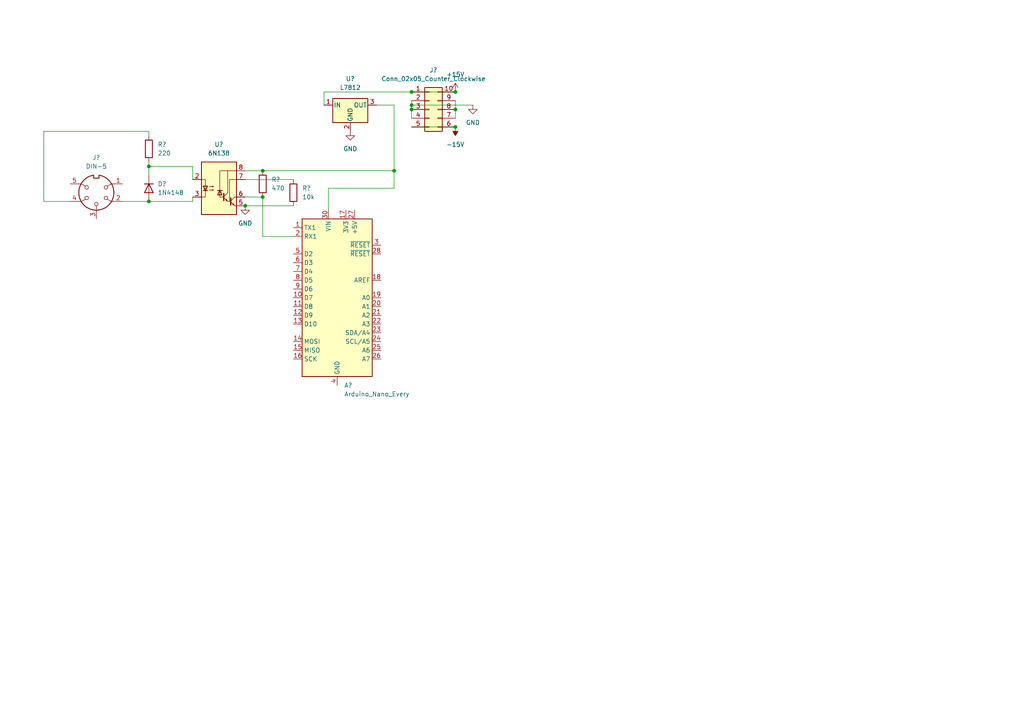
<source format=kicad_sch>
(kicad_sch (version 20211123) (generator eeschema)
  (paper "A4")
  (lib_symbols
    (symbol "Connector:DIN-5" (pin_names (offset 1.016))
      (property "Reference" "J" (at 3.175 5.715 0))
      (property "Value" "DIN-5" (at 0 -6.35 0))
      (symbol "DIN-5_0_1"
        (arc (start -5.08 0) (mid -3.8609 -3.3364) (end -0.762 -5.08) (stroke (width 0.254)))
        (circle (center -2.794 -1.524) (radius 0.508))
        (circle (center -2.794 1.524) (radius 0.508))
        (polyline (pts (xy 0 5.08) (xy 0 3.81)))
        (polyline (pts (xy -5.08 -2.54) (xy -4.318 -2.54) (xy -3.175 -1.905)))
        (polyline (pts (xy -5.08 2.54) (xy -4.318 2.54) (xy -3.175 1.905)))
        (polyline (pts (xy 5.08 -2.54) (xy 4.318 -2.54) (xy 3.175 -1.905)))
        (polyline (pts (xy 5.08 2.54) (xy 4.318 2.54) (xy 3.175 1.905)))
        (polyline (pts (xy -0.762 -4.953) (xy -0.762 -4.191) (xy 0.762 -4.191) (xy 0.762 -4.953)) (stroke (width 0.254)))
        (circle (center 0 3.302) (radius 0.508))
        (arc (start 0.762 -5.08) (mid 3.8685 -3.343) (end 5.08 0) (stroke (width 0.254)))
        (circle (center 2.794 -1.524) (radius 0.508))
        (circle (center 2.794 1.524) (radius 0.508))
        (arc (start 5.08 0) (mid 0 5.08) (end -5.08 0) (stroke (width 0.254)))
      )
      (symbol "DIN-5_1_1"
        (pin passive line (at -7.62 -2.54 0) (length 2.54) (name "~") (number "1"))
        (pin passive line (at -7.62 2.54 0) (length 2.54) (name "~") (number "2"))
        (pin passive line (at 0 7.62 270) (length 2.54) (name "~") (number "3"))
        (pin passive line (at 7.62 2.54 180) (length 2.54) (name "~") (number "4"))
        (pin passive line (at 7.62 -2.54 180) (length 2.54) (name "~") (number "5"))
      )
    )
    (symbol "Connector_Generic:Conn_02x05_Counter_Clockwise" (pin_names (offset 1.016) hide)
      (property "Reference" "J" (at 1.27 7.62 0))
      (property "Value" "Conn_02x05_Counter_Clockwise" (at 1.27 -7.62 0))
      (symbol "Conn_02x05_Counter_Clockwise_1_1"
        (rectangle (start -1.27 -4.953) (end 0 -5.207) (stroke (width 0.1524)))
        (rectangle (start -1.27 -2.413) (end 0 -2.667) (stroke (width 0.1524)))
        (rectangle (start -1.27 0.127) (end 0 -0.127) (stroke (width 0.1524)))
        (rectangle (start -1.27 2.667) (end 0 2.413) (stroke (width 0.1524)))
        (rectangle (start -1.27 5.207) (end 0 4.953) (stroke (width 0.1524)))
        (rectangle (start -1.27 6.35) (end 3.81 -6.35) (stroke (width 0.254)) (fill (type background)))
        (rectangle (start 3.81 -4.953) (end 2.54 -5.207) (stroke (width 0.1524)))
        (rectangle (start 3.81 -2.413) (end 2.54 -2.667) (stroke (width 0.1524)))
        (rectangle (start 3.81 0.127) (end 2.54 -0.127) (stroke (width 0.1524)))
        (rectangle (start 3.81 2.667) (end 2.54 2.413) (stroke (width 0.1524)))
        (rectangle (start 3.81 5.207) (end 2.54 4.953) (stroke (width 0.1524)))
        (pin passive line (at -5.08 5.08 0) (length 3.81) (name "Pin_1") (number "1"))
        (pin passive line (at 7.62 5.08 180) (length 3.81) (name "Pin_10") (number "10"))
        (pin passive line (at -5.08 2.54 0) (length 3.81) (name "Pin_2") (number "2"))
        (pin passive line (at -5.08 0 0) (length 3.81) (name "Pin_3") (number "3"))
        (pin passive line (at -5.08 -2.54 0) (length 3.81) (name "Pin_4") (number "4"))
        (pin passive line (at -5.08 -5.08 0) (length 3.81) (name "Pin_5") (number "5"))
        (pin passive line (at 7.62 -5.08 180) (length 3.81) (name "Pin_6") (number "6"))
        (pin passive line (at 7.62 -2.54 180) (length 3.81) (name "Pin_7") (number "7"))
        (pin passive line (at 7.62 0 180) (length 3.81) (name "Pin_8") (number "8"))
        (pin passive line (at 7.62 2.54 180) (length 3.81) (name "Pin_9") (number "9"))
      )
    )
    (symbol "Device:R" (pin_numbers hide) (pin_names (offset 0))
      (property "Reference" "R" (at 2.032 0 90))
      (property "Value" "R" (at 0 0 90))
      (symbol "R_0_1"
        (rectangle (start -1.016 -2.54) (end 1.016 2.54) (stroke (width 0.254)))
      )
      (symbol "R_1_1"
        (pin passive line (at 0 3.81 270) (length 1.27) (name "~") (number "1"))
        (pin passive line (at 0 -3.81 90) (length 1.27) (name "~") (number "2"))
      )
    )
    (symbol "Diode:1N4148" (pin_numbers hide) (pin_names (offset 1.016) hide)
      (property "Reference" "D" (at 0 2.54 0))
      (property "Value" "1N4148" (at 0 -2.54 0))
      (symbol "1N4148_0_1"
        (polyline (pts (xy -1.27 1.27) (xy -1.27 -1.27)) (stroke (width 0.254)))
        (polyline (pts (xy 1.27 0) (xy -1.27 0)))
        (polyline (pts (xy 1.27 1.27) (xy 1.27 -1.27) (xy -1.27 0) (xy 1.27 1.27)) (stroke (width 0.254)))
      )
      (symbol "1N4148_1_1"
        (pin passive line (at -3.81 0 0) (length 2.54) (name "K") (number "1"))
        (pin passive line (at 3.81 0 180) (length 2.54) (name "A") (number "2"))
      )
    )
    (symbol "Isolator:6N138" (pin_names (offset 1.016) hide)
      (property "Reference" "U" (at -4.064 8.89 0))
      (property "Value" "6N138" (at 2.286 8.89 0))
      (symbol "6N138_0_1"
        (rectangle (start -5.08 7.62) (end 5.08 -7.62) (stroke (width 0.254)) (fill (type background)))
        (polyline (pts (xy -4.572 -0.635) (xy -3.302 -0.635)) (stroke (width 0.254)))
        (polyline (pts (xy 0.889 -0.635) (xy -0.381 -0.635)) (stroke (width 0.254)))
        (polyline (pts (xy 1.397 -2.667) (xy 2.54 -3.81)))
        (polyline (pts (xy 1.397 -2.413) (xy 2.54 -1.27)))
        (polyline (pts (xy 2.54 -3.81) (xy 3.175 -3.81)))
        (polyline (pts (xy 3.429 -3.937) (xy 4.572 -5.08)))
        (polyline (pts (xy 3.429 -3.683) (xy 4.572 -2.54)))
        (polyline (pts (xy 4.572 -5.08) (xy 5.08 -5.08)))
        (polyline (pts (xy 4.572 -2.54) (xy 5.08 -2.54)))
        (polyline (pts (xy 1.397 -1.524) (xy 1.397 -3.556) (xy 1.397 -3.556)) (stroke (width 0.3556)))
        (polyline (pts (xy 2.54 -1.27) (xy 2.54 5.08) (xy 5.08 5.08)))
        (polyline (pts (xy 3.429 -2.794) (xy 3.429 -4.826) (xy 3.429 -4.826)) (stroke (width 0.3556)))
        (polyline (pts (xy 5.08 2.54) (xy 3.048 2.54) (xy 3.048 -3.81)))
        (polyline (pts (xy -5.08 -2.54) (xy -3.937 -2.54) (xy -3.937 2.54) (xy -5.08 2.54)))
        (polyline (pts (xy -3.937 -0.635) (xy -4.572 0.635) (xy -3.302 0.635) (xy -3.937 -0.635)) (stroke (width 0.254)))
        (polyline (pts (xy 0.254 -0.635) (xy 0.889 -1.905) (xy -0.381 -1.905) (xy 0.254 -0.635)) (stroke (width 0.254)))
        (polyline (pts (xy 1.27 -2.54) (xy 0.254 -2.54) (xy 0.254 5.08) (xy 2.54 5.08)))
        (polyline (pts (xy 2.413 -3.683) (xy 2.159 -3.175) (xy 1.905 -3.429) (xy 2.413 -3.683)))
        (polyline (pts (xy 4.445 -4.953) (xy 4.191 -4.445) (xy 3.937 -4.699) (xy 4.445 -4.953)))
        (polyline (pts (xy -2.794 -0.508) (xy -1.524 -0.508) (xy -1.905 -0.635) (xy -1.905 -0.381) (xy -1.524 -0.508)))
        (polyline (pts (xy -2.794 0.508) (xy -1.524 0.508) (xy -1.905 0.381) (xy -1.905 0.635) (xy -1.524 0.508)))
      )
      (symbol "6N138_1_1"
        (pin no_connect line (at -5.08 5.08 0) (length 2.54) hide (name "NC") (number "1"))
        (pin passive line (at -7.62 2.54 0) (length 2.54) (name "C1") (number "2"))
        (pin passive line (at -7.62 -2.54 0) (length 2.54) (name "C2") (number "3"))
        (pin no_connect line (at -5.08 -5.08 0) (length 2.54) hide (name "NC") (number "4"))
        (pin passive line (at 7.62 -5.08 180) (length 2.54) (name "GND") (number "5"))
        (pin passive line (at 7.62 -2.54 180) (length 2.54) (name "VO2") (number "6"))
        (pin passive line (at 7.62 2.54 180) (length 2.54) (name "VO1") (number "7"))
        (pin passive line (at 7.62 5.08 180) (length 2.54) (name "VCC") (number "8"))
      )
    )
    (symbol "MCU_Module:Arduino_Nano_Every"
      (property "Reference" "A" (at -10.16 23.495 0))
      (property "Value" "Arduino_Nano_Every" (at 5.08 -24.13 0))
      (symbol "Arduino_Nano_Every_0_1"
        (rectangle (start -10.16 22.86) (end 10.16 -22.86) (stroke (width 0.254)) (fill (type background)))
      )
      (symbol "Arduino_Nano_Every_1_1"
        (pin bidirectional line (at -12.7 20.32 0) (length 2.54) (name "TX1") (number "1"))
        (pin bidirectional line (at -12.7 0 0) (length 2.54) (name "D7") (number "10"))
        (pin bidirectional line (at -12.7 -2.54 0) (length 2.54) (name "D8") (number "11"))
        (pin bidirectional line (at -12.7 -5.08 0) (length 2.54) (name "D9") (number "12"))
        (pin bidirectional line (at -12.7 -7.62 0) (length 2.54) (name "D10") (number "13"))
        (pin bidirectional line (at -12.7 -12.7 0) (length 2.54) (name "MOSI") (number "14"))
        (pin bidirectional line (at -12.7 -15.24 0) (length 2.54) (name "MISO") (number "15"))
        (pin bidirectional line (at -12.7 -17.78 0) (length 2.54) (name "SCK") (number "16"))
        (pin power_out line (at 2.54 25.4 270) (length 2.54) (name "3V3") (number "17"))
        (pin input line (at 12.7 5.08 180) (length 2.54) (name "AREF") (number "18"))
        (pin bidirectional line (at 12.7 0 180) (length 2.54) (name "A0") (number "19"))
        (pin bidirectional line (at -12.7 17.78 0) (length 2.54) (name "RX1") (number "2"))
        (pin bidirectional line (at 12.7 -2.54 180) (length 2.54) (name "A1") (number "20"))
        (pin bidirectional line (at 12.7 -5.08 180) (length 2.54) (name "A2") (number "21"))
        (pin bidirectional line (at 12.7 -7.62 180) (length 2.54) (name "A3") (number "22"))
        (pin bidirectional line (at 12.7 -10.16 180) (length 2.54) (name "SDA/A4") (number "23"))
        (pin bidirectional line (at 12.7 -12.7 180) (length 2.54) (name "SCL/A5") (number "24"))
        (pin bidirectional line (at 12.7 -15.24 180) (length 2.54) (name "A6") (number "25"))
        (pin bidirectional line (at 12.7 -17.78 180) (length 2.54) (name "A7") (number "26"))
        (pin power_out line (at 5.08 25.4 270) (length 2.54) (name "+5V") (number "27"))
        (pin input line (at 12.7 12.7 180) (length 2.54) (name "~{RESET}") (number "28"))
        (pin passive line (at 0 -25.4 90) (length 2.54) hide (name "GND") (number "29"))
        (pin input line (at 12.7 15.24 180) (length 2.54) (name "~{RESET}") (number "3"))
        (pin power_in line (at -2.54 25.4 270) (length 2.54) (name "VIN") (number "30"))
        (pin power_in line (at 0 -25.4 90) (length 2.54) (name "GND") (number "4"))
        (pin bidirectional line (at -12.7 12.7 0) (length 2.54) (name "D2") (number "5"))
        (pin bidirectional line (at -12.7 10.16 0) (length 2.54) (name "D3") (number "6"))
        (pin bidirectional line (at -12.7 7.62 0) (length 2.54) (name "D4") (number "7"))
        (pin bidirectional line (at -12.7 5.08 0) (length 2.54) (name "D5") (number "8"))
        (pin bidirectional line (at -12.7 2.54 0) (length 2.54) (name "D6") (number "9"))
      )
    )
    (symbol "Regulator_Linear:L7812" (pin_names (offset 0.254))
      (property "Reference" "U" (at -3.81 3.175 0))
      (property "Value" "L7812" (at 0 3.175 0))
      (symbol "L7812_0_1"
        (rectangle (start -5.08 1.905) (end 5.08 -5.08) (stroke (width 0.254)) (fill (type background)))
      )
      (symbol "L7812_1_1"
        (pin power_in line (at -7.62 0 0) (length 2.54) (name "IN") (number "1"))
        (pin power_in line (at 0 -7.62 90) (length 2.54) (name "GND") (number "2"))
        (pin power_out line (at 7.62 0 180) (length 2.54) (name "OUT") (number "3"))
      )
    )
    (symbol "power:+15V" (power) (pin_names (offset 0))
      (property "Value" "+15V" (at 0 3.556 0))
      (symbol "+15V_0_1"
        (polyline (pts (xy -0.762 1.27) (xy 0 2.54)))
        (polyline (pts (xy 0 0) (xy 0 2.54)))
        (polyline (pts (xy 0 2.54) (xy 0.762 1.27)))
      )
      (symbol "+15V_1_1"
        (pin power_in line (at 0 0 90) (length 0) hide (name "+15V") (number "1"))
      )
    )
    (symbol "power:-15V" (power) (pin_names (offset 0))
      (property "Value" "-15V" (at 0 3.81 0))
      (symbol "-15V_0_0"
        (pin power_in line (at 0 0 90) (length 0) hide (name "-15V") (number "1"))
      )
      (symbol "-15V_0_1"
        (polyline (pts (xy 0 0) (xy 0 1.27) (xy 0.762 1.27) (xy 0 2.54) (xy -0.762 1.27) (xy 0 1.27)) (fill (type outline)))
      )
    )
    (symbol "power:GND" (power) (pin_names (offset 0))
      (property "Value" "GND" (at 0 -3.81 0))
      (symbol "GND_0_1"
        (polyline (pts (xy 0 0) (xy 0 -1.27) (xy 1.27 -1.27) (xy 0 -2.54) (xy -1.27 -1.27) (xy 0 -1.27)))
      )
      (symbol "GND_1_1"
        (pin power_in line (at 0 0 270) (length 0) hide (name "GND") (number "1"))
      )
    )
  )
  (junction (at 132.08 26.67))
  (junction (at 119.38 30.48))
  (junction (at 132.08 36.83))
  (junction (at 76.2 57.15))
  (junction (at 119.38 26.67))
  (junction (at 43.18 48.26))
  (junction (at 119.38 31.75))
  (junction (at 76.2 49.53))
  (junction (at 43.18 58.42))
  (junction (at 114.3 49.53))
  (junction (at 132.08 31.75))
  (junction (at 71.12 59.69))
  (wire (pts (xy 43.18 48.26) (xy 43.18 50.8)))
  (wire (pts (xy 119.38 26.67) (xy 132.08 26.67)))
  (wire (pts (xy 43.18 46.99) (xy 43.18 48.26)))
  (wire (pts (xy 43.18 58.42) (xy 55.88 58.42)))
  (wire (pts (xy 35.56 58.42) (xy 43.18 58.42)))
  (wire (pts (xy 55.88 58.42) (xy 55.88 57.15)))
  (wire (pts (xy 43.18 38.1) (xy 43.18 39.37)))
  (wire (pts (xy 12.7 38.1) (xy 43.18 38.1)))
  (wire (pts (xy 71.12 57.15) (xy 76.2 57.15)))
  (wire (pts (xy 119.38 36.83) (xy 132.08 36.83)))
  (wire (pts (xy 114.3 54.61) (xy 95.25 54.61)))
  (wire (pts (xy 132.08 31.75) (xy 132.08 34.29)))
  (wire (pts (xy 76.2 68.58) (xy 85.09 68.58)))
  (wire (pts (xy 20.32 58.42) (xy 12.7 58.42)))
  (wire (pts (xy 95.25 54.61) (xy 95.25 60.96)))
  (wire (pts (xy 76.2 57.15) (xy 76.2 68.58)))
  (wire (pts (xy 76.2 49.53) (xy 114.3 49.53)))
  (wire (pts (xy 132.08 29.21) (xy 132.08 31.75)))
  (wire (pts (xy 119.38 29.21) (xy 119.38 30.48)))
  (wire (pts (xy 109.22 30.48) (xy 114.3 30.48)))
  (wire (pts (xy 55.88 52.07) (xy 55.88 48.26)))
  (wire (pts (xy 119.38 26.67) (xy 93.98 26.67)))
  (wire (pts (xy 119.38 30.48) (xy 137.16 30.48)))
  (wire (pts (xy 114.3 49.53) (xy 114.3 54.61)))
  (wire (pts (xy 119.38 31.75) (xy 119.38 34.29)))
  (wire (pts (xy 12.7 58.42) (xy 12.7 38.1)))
  (wire (pts (xy 93.98 26.67) (xy 93.98 30.48)))
  (wire (pts (xy 114.3 30.48) (xy 114.3 49.53)))
  (wire (pts (xy 43.18 48.26) (xy 55.88 48.26)))
  (wire (pts (xy 71.12 59.69) (xy 85.09 59.69)))
  (wire (pts (xy 71.12 49.53) (xy 76.2 49.53)))
  (wire (pts (xy 71.12 52.07) (xy 85.09 52.07)))
  (wire (pts (xy 119.38 30.48) (xy 119.38 31.75)))
  (symbol (lib_id "power:GND") (at 137.16 30.48 0) (unit 1)
    (property "Reference" "#PWR?" (effects hide))
    (property "Value" "GND" (at 137.16 35.56 0))
  )
  (symbol (lib_id "Device:R") (at 76.2 53.34 0) (unit 1)
    (property "Reference" "R?" (at 78.74 52.0699 0) (effects (justify left)))
    (property "Value" "470" (at 78.74 54.6099 0) (effects (justify left)))
  )
  (symbol (lib_id "power:-15V") (at 132.08 36.83 180) (unit 1)
    (property "Reference" "#PWR?" (effects hide))
    (property "Value" "-15V" (at 132.08 41.91 0))
  )
  (symbol (lib_id "Device:R") (at 85.09 55.88 0) (unit 1)
    (property "Reference" "R?" (at 87.63 54.6099 0) (effects (justify left)))
    (property "Value" "10k" (at 87.63 57.1499 0) (effects (justify left)))
  )
  (symbol (lib_id "Connector:DIN-5") (at 27.94 55.88 180) (unit 1)
    (property "Reference" "J?" (at 27.9399 45.72 0))
    (property "Value" "DIN-5" (at 27.9399 48.26 0))
    (property "Datasheet" "http://www.mouser.com/ds/2/18/40_c091_abd_e-75918.pdf" (effects hide))
  )
  (symbol (lib_id "MCU_Module:Arduino_Nano_Every") (at 97.79 86.36 0) (unit 1)
    (property "Reference" "A?" (at 99.8094 111.76 0) (effects (justify left)))
    (property "Value" "Arduino_Nano_Every" (at 99.8094 114.3 0) (effects (justify left)))
    (property "Footprint" "Module:Arduino_Nano" (effects hide))
    (property "Datasheet" "https://content.arduino.cc/assets/NANOEveryV3.0_sch.pdf" (effects hide))
  )
  (symbol (lib_id "power:+15V") (at 132.08 26.67 0) (unit 1)
    (property "Reference" "#PWR?" (effects hide))
    (property "Value" "+15V" (at 132.08 21.59 0))
  )
  (symbol (lib_id "Connector_Generic:Conn_02x05_Counter_Clockwise") (at 124.46 31.75 0) (unit 1)
    (property "Reference" "J?" (at 125.73 20.32 0))
    (property "Value" "Conn_02x05_Counter_Clockwise" (at 125.73 22.86 0))
  )
  (symbol (lib_id "Device:R") (at 43.18 43.18 0) (unit 1)
    (property "Reference" "R?" (at 45.72 41.9099 0) (effects (justify left)))
    (property "Value" "220" (at 45.72 44.4499 0) (effects (justify left)))
  )
  (symbol (lib_id "Isolator:6N138") (at 63.5 54.61 0) (unit 1)
    (property "Reference" "U?" (at 63.5 41.91 0))
    (property "Value" "6N138" (at 63.5 44.45 0))
    (property "Datasheet" "http://www.onsemi.com/pub/Collateral/HCPL2731-D.pdf" (effects hide))
  )
  (symbol (lib_id "Regulator_Linear:L7812") (at 101.6 30.48 0) (unit 1)
    (property "Reference" "U?" (at 101.6 22.86 0))
    (property "Value" "L7812" (at 101.6 25.4 0))
    (property "Datasheet" "http://www.st.com/content/ccc/resource/technical/document/datasheet/41/4f/b3/b0/12/d4/47/88/CD00000444.pdf/files/CD00000444.pdf/jcr:content/translations/en.CD00000444.pdf" (effects hide))
  )
  (symbol (lib_id "power:GND") (at 71.12 59.69 0) (unit 1)
    (property "Reference" "#PWR?" (effects hide))
    (property "Value" "GND" (at 71.12 64.77 0))
  )
  (symbol (lib_id "Diode:1N4148") (at 43.18 54.61 270) (unit 1)
    (property "Reference" "D?" (at 45.72 53.3399 90) (effects (justify left)))
    (property "Value" "1N4148" (at 45.72 55.8799 90) (effects (justify left)))
    (property "Footprint" "Diode_THT:D_DO-35_SOD27_P7.62mm_Horizontal" (effects hide))
    (property "Datasheet" "https://assets.nexperia.com/documents/data-sheet/1N4148_1N4448.pdf" (effects hide))
  )
  (symbol (lib_id "power:GND") (at 101.6 38.1 0) (unit 1)
    (property "Reference" "#PWR?" (effects hide))
    (property "Value" "GND" (at 101.6 43.18 0))
  )
)
</source>
